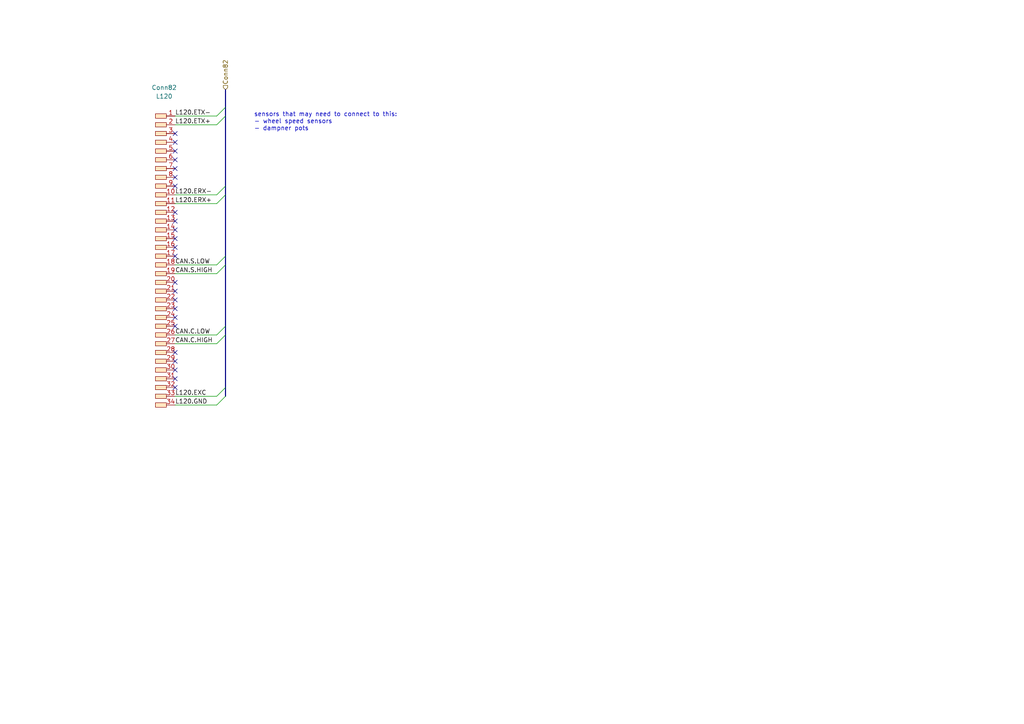
<source format=kicad_sch>
(kicad_sch (version 20230121) (generator eeschema)
  (paper "A4")
  (title_block (title "L120") (date "2024-02-11") (rev "1.0.0") (company "SUFST") (comment 1 "Stag X") (comment 2 "Marek Frodyma"))
  (lib_symbols
    (symbol "Connectors_SUFST:L120"
      (property "Reference" "Conn" (at 0 -1.905 0))
      (property "Value" "L120" (at 0 0 0))
      (symbol "L120_0_1"
        (polyline (pts (xy -0.635 -85.725) (xy 1.905 -85.725)))
        (polyline (pts (xy -0.635 -80.645) (xy 1.905 -80.645)))
        (polyline (pts (xy -0.635 -75.565) (xy 1.905 -75.565)))
        (polyline (pts (xy -0.635 -70.485) (xy 1.905 -70.485)))
        (polyline (pts (xy -0.635 -65.405) (xy 1.905 -65.405)))
        (polyline (pts (xy -0.635 -60.325) (xy 1.905 -60.325)))
        (polyline (pts (xy -0.635 -55.245) (xy 1.905 -55.245)))
        (polyline (pts (xy -0.635 -50.165) (xy 1.905 -50.165)))
        (polyline (pts (xy -0.635 -45.085) (xy 1.905 -45.085)))
        (polyline (pts (xy -0.635 -40.005) (xy 1.905 -40.005)))
        (polyline (pts (xy -0.635 -34.925) (xy 1.905 -34.925)))
        (polyline (pts (xy -0.635 -29.845) (xy 1.905 -29.845)))
        (polyline (pts (xy -0.635 -24.765) (xy 1.905 -24.765)))
        (polyline (pts (xy -0.635 -19.685) (xy 1.905 -19.685)))
        (polyline (pts (xy -0.635 -14.605) (xy 1.905 -14.605)))
        (polyline (pts (xy -0.635 -9.525) (xy 1.905 -9.525)))
        (polyline (pts (xy -0.635 -4.445) (xy 1.905 -4.445)))
      )
      (symbol "L120_1_1"
        (rectangle (start -3.81 -87.63) (end -0.635 -88.9) (fill (type color) (color 255 229 191 1)))
        (rectangle (start -3.81 -85.09) (end -0.635 -86.36) (fill (type color) (color 255 229 191 1)))
        (rectangle (start -3.81 -82.55) (end -0.635 -83.82) (fill (type color) (color 255 229 191 1)))
        (rectangle (start -3.81 -80.01) (end -0.635 -81.28) (fill (type color) (color 255 229 191 1)))
        (rectangle (start -3.81 -77.47) (end -0.635 -78.74) (fill (type color) (color 255 229 191 1)))
        (rectangle (start -3.81 -74.93) (end -0.635 -76.2) (fill (type color) (color 255 229 191 1)))
        (rectangle (start -3.81 -72.39) (end -0.635 -73.66) (fill (type color) (color 255 229 191 1)))
        (rectangle (start -3.81 -69.85) (end -0.635 -71.12) (fill (type color) (color 255 229 191 1)))
        (rectangle (start -3.81 -67.31) (end -0.635 -68.58) (fill (type color) (color 255 229 191 1)))
        (rectangle (start -3.81 -64.77) (end -0.635 -66.04) (fill (type color) (color 255 229 191 1)))
        (rectangle (start -3.81 -62.23) (end -0.635 -63.5) (fill (type color) (color 255 229 191 1)))
        (rectangle (start -3.81 -59.69) (end -0.635 -60.96) (fill (type color) (color 255 229 191 1)))
        (rectangle (start -3.81 -57.15) (end -0.635 -58.42) (fill (type color) (color 255 229 191 1)))
        (rectangle (start -3.81 -54.61) (end -0.635 -55.88) (fill (type color) (color 255 229 191 1)))
        (rectangle (start -3.81 -52.07) (end -0.635 -53.34) (fill (type color) (color 255 229 191 1)))
        (rectangle (start -3.81 -49.53) (end -0.635 -50.8) (fill (type color) (color 255 229 191 1)))
        (rectangle (start -3.81 -46.99) (end -0.635 -48.26) (fill (type color) (color 255 229 191 1)))
        (rectangle (start -3.81 -44.45) (end -0.635 -45.72) (fill (type color) (color 255 229 191 1)))
        (rectangle (start -3.81 -41.91) (end -0.635 -43.18) (fill (type color) (color 255 229 191 1)))
        (rectangle (start -3.81 -39.37) (end -0.635 -40.64) (fill (type color) (color 255 229 191 1)))
        (rectangle (start -3.81 -36.83) (end -0.635 -38.1) (fill (type color) (color 255 229 191 1)))
        (rectangle (start -3.81 -34.29) (end -0.635 -35.56) (fill (type color) (color 255 229 191 1)))
        (rectangle (start -3.81 -31.75) (end -0.635 -33.02) (fill (type color) (color 255 229 191 1)))
        (rectangle (start -3.81 -29.21) (end -0.635 -30.48) (fill (type color) (color 255 229 191 1)))
        (rectangle (start -3.81 -26.67) (end -0.635 -27.94) (fill (type color) (color 255 229 191 1)))
        (rectangle (start -3.81 -24.13) (end -0.635 -25.4) (fill (type color) (color 255 229 191 1)))
        (rectangle (start -3.81 -21.59) (end -0.635 -22.86) (fill (type color) (color 255 229 191 1)))
        (rectangle (start -3.81 -19.05) (end -0.635 -20.32) (fill (type color) (color 255 229 191 1)))
        (rectangle (start -3.81 -16.51) (end -0.635 -17.78) (fill (type color) (color 255 229 191 1)))
        (rectangle (start -3.81 -13.97) (end -0.635 -15.24) (fill (type color) (color 255 229 191 1)))
        (rectangle (start -3.81 -11.43) (end -0.635 -12.7) (fill (type color) (color 255 229 191 1)))
        (rectangle (start -3.81 -8.89) (end -0.635 -10.16) (fill (type color) (color 255 229 191 1)))
        (rectangle (start -3.81 -6.35) (end -0.635 -7.62) (fill (type color) (color 255 229 191 1)))
        (rectangle (start -3.81 -3.81) (end -0.635 -5.08) (fill (type color) (color 255 229 191 1)))
        (pin input line (at 1.905 -4.445 180) (length 2.54) (name "") (number "1"))
        (pin input line (at 1.905 -27.305 180) (length 2.54) (name "") (number "10"))
        (pin input line (at 1.905 -29.845 180) (length 2.54) (name "") (number "11"))
        (pin input line (at 1.905 -32.385 180) (length 2.54) (name "") (number "12"))
        (pin input line (at 1.905 -34.925 180) (length 2.54) (name "") (number "13"))
        (pin input line (at 1.905 -37.465 180) (length 2.54) (name "") (number "14"))
        (pin input line (at 1.905 -40.005 180) (length 2.54) (name "") (number "15"))
        (pin input line (at 1.905 -42.545 180) (length 2.54) (name "") (number "16"))
        (pin input line (at 1.905 -45.085 180) (length 2.54) (name "") (number "17"))
        (pin input line (at 1.905 -47.625 180) (length 2.54) (name "") (number "18"))
        (pin input line (at 1.905 -50.165 180) (length 2.54) (name "") (number "19"))
        (pin input line (at 1.905 -6.985 180) (length 2.54) (name "") (number "2"))
        (pin input line (at 1.905 -52.705 180) (length 2.54) (name "") (number "20"))
        (pin input line (at 1.905 -55.245 180) (length 2.54) (name "") (number "21"))
        (pin input line (at 1.905 -57.785 180) (length 2.54) (name "") (number "22"))
        (pin input line (at 1.905 -60.325 180) (length 2.54) (name "") (number "23"))
        (pin input line (at 1.905 -62.865 180) (length 2.54) (name "") (number "24"))
        (pin input line (at 1.905 -65.405 180) (length 2.54) (name "") (number "25"))
        (pin input line (at 1.905 -67.945 180) (length 2.54) (name "") (number "26"))
        (pin input line (at 1.905 -70.485 180) (length 2.54) (name "") (number "27"))
        (pin input line (at 1.905 -73.025 180) (length 2.54) (name "") (number "28"))
        (pin input line (at 1.905 -75.565 180) (length 2.54) (name "") (number "29"))
        (pin input line (at 1.905 -9.525 180) (length 2.54) (name "") (number "3"))
        (pin input line (at 1.905 -78.105 180) (length 2.54) (name "") (number "30"))
        (pin input line (at 1.905 -80.645 180) (length 2.54) (name "") (number "31"))
        (pin input line (at 1.905 -83.185 180) (length 2.54) (name "") (number "32"))
        (pin input line (at 1.905 -85.725 180) (length 2.54) (name "") (number "33"))
        (pin input line (at 1.905 -88.265 180) (length 2.54) (name "") (number "34"))
        (pin input line (at 1.905 -12.065 180) (length 2.54) (name "") (number "4"))
        (pin input line (at 1.905 -14.605 180) (length 2.54) (name "") (number "5"))
        (pin input line (at 1.905 -17.145 180) (length 2.54) (name "") (number "6"))
        (pin input line (at 1.905 -19.685 180) (length 2.54) (name "") (number "7"))
        (pin input line (at 1.905 -22.225 180) (length 2.54) (name "") (number "8"))
        (pin input line (at 1.905 -24.765 180) (length 2.54) (name "") (number "9"))
      )
    )
  )
  (no_connect (at 50.8 53.975))
  (no_connect (at 50.8 38.735))
  (no_connect (at 50.8 107.315))
  (no_connect (at 50.8 81.915))
  (no_connect (at 50.8 84.455))
  (no_connect (at 50.8 41.275))
  (no_connect (at 50.8 66.675))
  (no_connect (at 50.8 43.815))
  (no_connect (at 50.8 74.295))
  (no_connect (at 50.8 71.755))
  (no_connect (at 50.8 61.595))
  (no_connect (at 50.8 104.775))
  (no_connect (at 50.8 102.235))
  (no_connect (at 50.8 112.395))
  (no_connect (at 50.8 94.615))
  (no_connect (at 50.8 86.995))
  (no_connect (at 50.8 89.535))
  (no_connect (at 50.8 69.215))
  (no_connect (at 50.8 92.075))
  (no_connect (at 50.8 48.895))
  (no_connect (at 50.8 64.135))
  (no_connect (at 50.8 46.355))
  (no_connect (at 50.8 109.855))
  (no_connect (at 50.8 51.435))
  (bus_entry (at 62.865 76.835) (size 2.54 -2.54))
  (bus_entry (at 62.865 36.195) (size 2.54 -2.54))
  (bus_entry (at 62.865 99.695) (size 2.54 -2.54))
  (bus_entry (at 62.865 97.155) (size 2.54 -2.54))
  (bus_entry (at 62.865 59.055) (size 2.54 -2.54))
  (bus_entry (at 62.865 117.475) (size 2.54 -2.54))
  (bus_entry (at 62.865 33.655) (size 2.54 -2.54))
  (bus_entry (at 62.865 79.375) (size 2.54 -2.54))
  (bus_entry (at 62.865 56.515) (size 2.54 -2.54))
  (bus_entry (at 62.865 114.935) (size 2.54 -2.54))
  (bus (pts (xy 65.405 74.295) (xy 65.405 76.835)))
  (bus (pts (xy 65.405 94.615) (xy 65.405 97.155)))
  (wire (pts (xy 50.8 97.155) (xy 62.865 97.155)))
  (wire (pts (xy 50.8 33.655) (xy 62.865 33.655)))
  (wire (pts (xy 50.8 99.695) (xy 62.865 99.695)))
  (bus (pts (xy 65.405 33.655) (xy 65.405 53.975)))
  (wire (pts (xy 50.8 56.515) (xy 62.865 56.515)))
  (wire (pts (xy 50.8 117.475) (xy 62.865 117.475)))
  (wire (pts (xy 50.8 36.195) (xy 62.865 36.195)))
  (bus (pts (xy 65.405 112.395) (xy 65.405 114.935)))
  (wire (pts (xy 50.8 59.055) (xy 62.865 59.055)))
  (bus (pts (xy 65.405 76.835) (xy 65.405 94.615)))
  (wire (pts (xy 50.8 79.375) (xy 62.865 79.375)))
  (wire (pts (xy 50.8 114.935) (xy 62.865 114.935)))
  (bus (pts (xy 65.405 31.115) (xy 65.405 33.655)))
  (bus (pts (xy 65.405 26.035) (xy 65.405 31.115)))
  (bus (pts (xy 65.405 56.515) (xy 65.405 74.295)))
  (bus (pts (xy 65.405 53.975) (xy 65.405 56.515)))
  (bus (pts (xy 65.405 97.155) (xy 65.405 112.395)))
  (wire (pts (xy 50.8 76.835) (xy 62.865 76.835)))
  (text "sensors that may need to connect to this:\n- wheel speed sensors\n- dampner pots" (at 73.66 38.1 0) (effects (font (size 1.27 1.27)) (justify left bottom)))
  (label "CAN.C.LOW" (at 50.8 97.155 0))
  (label "CAN.S.LOW" (at 50.8 76.835 0))
  (label "L120.ERX+" (at 50.8 59.055 0))
  (label "CAN.C.HIGH" (at 50.8 99.695 0))
  (label "L120.GND" (at 50.8 117.475 0))
  (label "L120.EXC" (at 50.8 114.935 0))
  (label "L120.ERX-" (at 50.8 56.515 0))
  (label "CAN.S.HIGH" (at 50.8 79.375 0))
  (label "L120.ETX+" (at 50.8 36.195 0))
  (label "L120.ETX-" (at 50.8 33.655 0))
  (hierarchical_label "Conn82" (shape input) (at 65.405 26.035 90))
  (symbol (lib_id "Connectors_SUFST:L120") (at 48.895 29.21 0) (unit 1)
    (property "Reference" "Conn82" (at 47.625 25.4 0))
    (property "Value" "L120" (at 47.625 27.94 0))
  )
)
</source>
